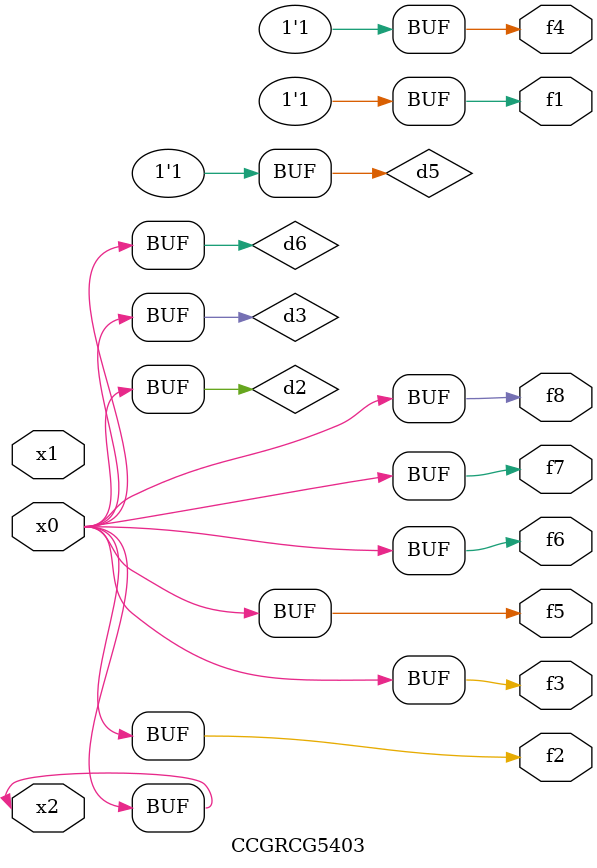
<source format=v>
module CCGRCG5403(
	input x0, x1, x2,
	output f1, f2, f3, f4, f5, f6, f7, f8
);

	wire d1, d2, d3, d4, d5, d6;

	xnor (d1, x2);
	buf (d2, x0, x2);
	and (d3, x0);
	xnor (d4, x1, x2);
	nand (d5, d1, d3);
	buf (d6, d2, d3);
	assign f1 = d5;
	assign f2 = d6;
	assign f3 = d6;
	assign f4 = d5;
	assign f5 = d6;
	assign f6 = d6;
	assign f7 = d6;
	assign f8 = d6;
endmodule

</source>
